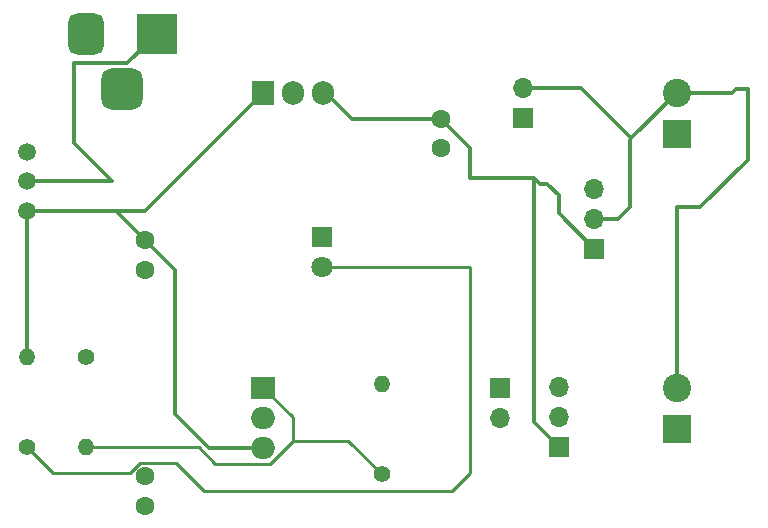
<source format=gtl>
%TF.GenerationSoftware,KiCad,Pcbnew,8.0.5*%
%TF.CreationDate,2024-10-17T22:46:51+07:00*%
%TF.ProjectId,beginer,62656769-6e65-4722-9e6b-696361645f70,1.0.0*%
%TF.SameCoordinates,Original*%
%TF.FileFunction,Copper,L1,Top*%
%TF.FilePolarity,Positive*%
%FSLAX46Y46*%
G04 Gerber Fmt 4.6, Leading zero omitted, Abs format (unit mm)*
G04 Created by KiCad (PCBNEW 8.0.5) date 2024-10-17 22:46:51*
%MOMM*%
%LPD*%
G01*
G04 APERTURE LIST*
G04 Aperture macros list*
%AMRoundRect*
0 Rectangle with rounded corners*
0 $1 Rounding radius*
0 $2 $3 $4 $5 $6 $7 $8 $9 X,Y pos of 4 corners*
0 Add a 4 corners polygon primitive as box body*
4,1,4,$2,$3,$4,$5,$6,$7,$8,$9,$2,$3,0*
0 Add four circle primitives for the rounded corners*
1,1,$1+$1,$2,$3*
1,1,$1+$1,$4,$5*
1,1,$1+$1,$6,$7*
1,1,$1+$1,$8,$9*
0 Add four rect primitives between the rounded corners*
20,1,$1+$1,$2,$3,$4,$5,0*
20,1,$1+$1,$4,$5,$6,$7,0*
20,1,$1+$1,$6,$7,$8,$9,0*
20,1,$1+$1,$8,$9,$2,$3,0*%
G04 Aperture macros list end*
%TA.AperFunction,ComponentPad*%
%ADD10R,2.000000X1.905000*%
%TD*%
%TA.AperFunction,ComponentPad*%
%ADD11O,2.000000X1.905000*%
%TD*%
%TA.AperFunction,ComponentPad*%
%ADD12C,1.400000*%
%TD*%
%TA.AperFunction,ComponentPad*%
%ADD13O,1.400000X1.400000*%
%TD*%
%TA.AperFunction,ComponentPad*%
%ADD14C,1.508000*%
%TD*%
%TA.AperFunction,ComponentPad*%
%ADD15R,1.700000X1.700000*%
%TD*%
%TA.AperFunction,ComponentPad*%
%ADD16O,1.700000X1.700000*%
%TD*%
%TA.AperFunction,ComponentPad*%
%ADD17R,1.905000X2.000000*%
%TD*%
%TA.AperFunction,ComponentPad*%
%ADD18O,1.905000X2.000000*%
%TD*%
%TA.AperFunction,ComponentPad*%
%ADD19C,1.600000*%
%TD*%
%TA.AperFunction,ComponentPad*%
%ADD20R,1.800000X1.800000*%
%TD*%
%TA.AperFunction,ComponentPad*%
%ADD21C,1.800000*%
%TD*%
%TA.AperFunction,ComponentPad*%
%ADD22R,2.400000X2.400000*%
%TD*%
%TA.AperFunction,ComponentPad*%
%ADD23C,2.400000*%
%TD*%
%TA.AperFunction,ComponentPad*%
%ADD24R,3.500000X3.500000*%
%TD*%
%TA.AperFunction,ComponentPad*%
%ADD25RoundRect,0.750000X-0.750000X-1.000000X0.750000X-1.000000X0.750000X1.000000X-0.750000X1.000000X0*%
%TD*%
%TA.AperFunction,ComponentPad*%
%ADD26RoundRect,0.875000X-0.875000X-0.875000X0.875000X-0.875000X0.875000X0.875000X-0.875000X0.875000X0*%
%TD*%
%TA.AperFunction,Conductor*%
%ADD27C,0.350000*%
%TD*%
%TA.AperFunction,Conductor*%
%ADD28C,0.250000*%
%TD*%
G04 APERTURE END LIST*
D10*
%TO.P,U1,1,ADJ*%
%TO.N,Net-(R1-+)*%
X120000000Y-100300000D03*
D11*
%TO.P,U1,2,VO*%
%TO.N,/3.3V*%
X120000000Y-102840000D03*
%TO.P,U1,3,VI*%
%TO.N,/12V*%
X120000000Y-105380000D03*
%TD*%
D12*
%TO.P,R2,1,+*%
%TO.N,Net-(R2-+)*%
X100000000Y-105300000D03*
D13*
%TO.P,R2,2,-*%
%TO.N,/12V*%
X100000000Y-97680000D03*
%TD*%
D14*
%TO.P,S1,1*%
%TO.N,/12V*%
X100000000Y-85300000D03*
%TO.P,S1,2*%
%TO.N,/PWR_input*%
X100000000Y-82800000D03*
%TO.P,S1,3*%
%TO.N,unconnected-(S1-Pad3)*%
X100000000Y-80300000D03*
%TD*%
D15*
%TO.P,J3,1*%
%TO.N,GND*%
X142000000Y-77460000D03*
D16*
%TO.P,J3,2*%
%TO.N,/PWR_output*%
X142000000Y-74920000D03*
%TD*%
D12*
%TO.P,R1,1,+*%
%TO.N,Net-(R1-+)*%
X130000000Y-107620000D03*
D13*
%TO.P,R1,2,-*%
%TO.N,/3.3V*%
X130000000Y-100000000D03*
%TD*%
D17*
%TO.P,U2,1,VI*%
%TO.N,/12V*%
X120000000Y-75300000D03*
D18*
%TO.P,U2,2,GND*%
%TO.N,GND*%
X122540000Y-75300000D03*
%TO.P,U2,3,VO*%
%TO.N,/5V*%
X125080000Y-75300000D03*
%TD*%
D15*
%TO.P,J6,1*%
%TO.N,/5V*%
X148000000Y-88525000D03*
D16*
%TO.P,J6,2*%
%TO.N,/PWR_output*%
X148000000Y-85985000D03*
%TO.P,J6,3*%
%TO.N,/3.3V*%
X148000000Y-83445000D03*
%TD*%
D19*
%TO.P,C1,1,+*%
%TO.N,/12V*%
X110000000Y-87800000D03*
%TO.P,C1,2,-*%
%TO.N,GND*%
X110000000Y-90300000D03*
%TD*%
%TO.P,C2,1,+*%
%TO.N,/3.3V*%
X110000000Y-110300000D03*
%TO.P,C2,2,-*%
%TO.N,GND*%
X110000000Y-107800000D03*
%TD*%
D15*
%TO.P,J5,1*%
%TO.N,GND*%
X140000000Y-100300000D03*
D16*
%TO.P,J5,2*%
%TO.N,/PWR_output*%
X140000000Y-102840000D03*
%TD*%
D19*
%TO.P,C3,1,+*%
%TO.N,/5V*%
X135000000Y-77500000D03*
%TO.P,C3,2,-*%
%TO.N,GND*%
X135000000Y-80000000D03*
%TD*%
D12*
%TO.P,R3,1,+*%
%TO.N,GND*%
X105000000Y-97680000D03*
D13*
%TO.P,R3,2,-*%
%TO.N,Net-(R1-+)*%
X105000000Y-105300000D03*
%TD*%
D20*
%TO.P,D1,1*%
%TO.N,GND*%
X125000000Y-87500000D03*
D21*
%TO.P,D1,2*%
%TO.N,Net-(R2-+)*%
X125000000Y-90040000D03*
%TD*%
D15*
%TO.P,J4,1*%
%TO.N,/5V*%
X145000000Y-105300000D03*
D16*
%TO.P,J4,2*%
%TO.N,/PWR_output*%
X145000000Y-102760000D03*
%TO.P,J4,3*%
%TO.N,/3.3V*%
X145000000Y-100220000D03*
%TD*%
D22*
%TO.P,J7,1*%
%TO.N,GND*%
X155000000Y-78800000D03*
D23*
%TO.P,J7,2*%
%TO.N,/PWR_output*%
X155000000Y-75300000D03*
%TD*%
D24*
%TO.P,J1,1*%
%TO.N,/PWR_input*%
X111000000Y-70300000D03*
D25*
%TO.P,J1,2*%
%TO.N,GND*%
X105000000Y-70300000D03*
D26*
%TO.P,J1,3*%
X108000000Y-75000000D03*
%TD*%
D22*
%TO.P,J2,1*%
%TO.N,GND*%
X155000000Y-103800000D03*
D23*
%TO.P,J2,2*%
%TO.N,/PWR_output*%
X155000000Y-100300000D03*
%TD*%
D27*
%TO.N,/12V*%
X110000000Y-87800000D02*
X112500000Y-90300000D01*
X107500000Y-85300000D02*
X110000000Y-87800000D01*
X115380000Y-105380000D02*
X120000000Y-105380000D01*
X112500000Y-102500000D02*
X115380000Y-105380000D01*
X110000000Y-85300000D02*
X120000000Y-75300000D01*
X112500000Y-90300000D02*
X112500000Y-102500000D01*
X100000000Y-85300000D02*
X100000000Y-97680000D01*
X100000000Y-85300000D02*
X107500000Y-85300000D01*
X107500000Y-85300000D02*
X110000000Y-85300000D01*
%TO.N,/5V*%
X142880000Y-82500000D02*
X143380000Y-83000000D01*
X142880000Y-82500000D02*
X142880000Y-103180000D01*
X135000000Y-77500000D02*
X137500000Y-80000000D01*
X145000000Y-84000000D02*
X145000000Y-85525000D01*
X142880000Y-103180000D02*
X145000000Y-105300000D01*
X144000000Y-83000000D02*
X145000000Y-84000000D01*
X125300000Y-75300000D02*
X127500000Y-77500000D01*
X137500000Y-80000000D02*
X137500000Y-82500000D01*
X127500000Y-77500000D02*
X135000000Y-77500000D01*
X145000000Y-85525000D02*
X148000000Y-88525000D01*
X143380000Y-83000000D02*
X144000000Y-83000000D01*
X125080000Y-75300000D02*
X125300000Y-75300000D01*
X137500000Y-82500000D02*
X142880000Y-82500000D01*
D28*
%TO.N,Net-(R2-+)*%
X109534009Y-106675000D02*
X112604682Y-106675000D01*
X136000000Y-109000000D02*
X137460000Y-107540000D01*
X112604682Y-106675000D02*
X114929682Y-109000000D01*
X137460000Y-107540000D02*
X137460000Y-90040000D01*
X102200000Y-107500000D02*
X108709009Y-107500000D01*
X114929682Y-109000000D02*
X136000000Y-109000000D01*
X100000000Y-105300000D02*
X102200000Y-107500000D01*
X108709009Y-107500000D02*
X109534009Y-106675000D01*
X137460000Y-90040000D02*
X125000000Y-90040000D01*
%TO.N,Net-(R1-+)*%
X122500000Y-102800000D02*
X120000000Y-100300000D01*
X114522182Y-105300000D02*
X115929682Y-106707500D01*
X122500000Y-104804869D02*
X127184869Y-104804869D01*
X115929682Y-106707500D02*
X120597369Y-106707500D01*
X127184869Y-104804869D02*
X130000000Y-107620000D01*
X122500000Y-104804869D02*
X122500000Y-102800000D01*
X105000000Y-105300000D02*
X114522182Y-105300000D01*
X120597369Y-106707500D02*
X122500000Y-104804869D01*
D27*
%TO.N,/PWR_input*%
X107200000Y-82800000D02*
X100000000Y-82800000D01*
X108475000Y-72825000D02*
X104000000Y-72825000D01*
X104000000Y-72825000D02*
X104000000Y-79600000D01*
X104000000Y-79600000D02*
X107200000Y-82800000D01*
X111000000Y-70300000D02*
X108475000Y-72825000D01*
%TO.N,/PWR_output*%
X151000000Y-85000000D02*
X151000000Y-79300000D01*
X161000000Y-75000000D02*
X160000000Y-75000000D01*
X151000000Y-79300000D02*
X151150000Y-79150000D01*
X161000000Y-81000000D02*
X161000000Y-75000000D01*
X151150000Y-79150000D02*
X155000000Y-75300000D01*
X159700000Y-75300000D02*
X155000000Y-75300000D01*
X155000000Y-85000000D02*
X157000000Y-85000000D01*
X142000000Y-74920000D02*
X146920000Y-74920000D01*
X146920000Y-74920000D02*
X151150000Y-79150000D01*
X148000000Y-85985000D02*
X150015000Y-85985000D01*
X150015000Y-85985000D02*
X151000000Y-85000000D01*
X155000000Y-100300000D02*
X155000000Y-85000000D01*
X157000000Y-85000000D02*
X161000000Y-81000000D01*
X160000000Y-75000000D02*
X159700000Y-75300000D01*
%TD*%
M02*

</source>
